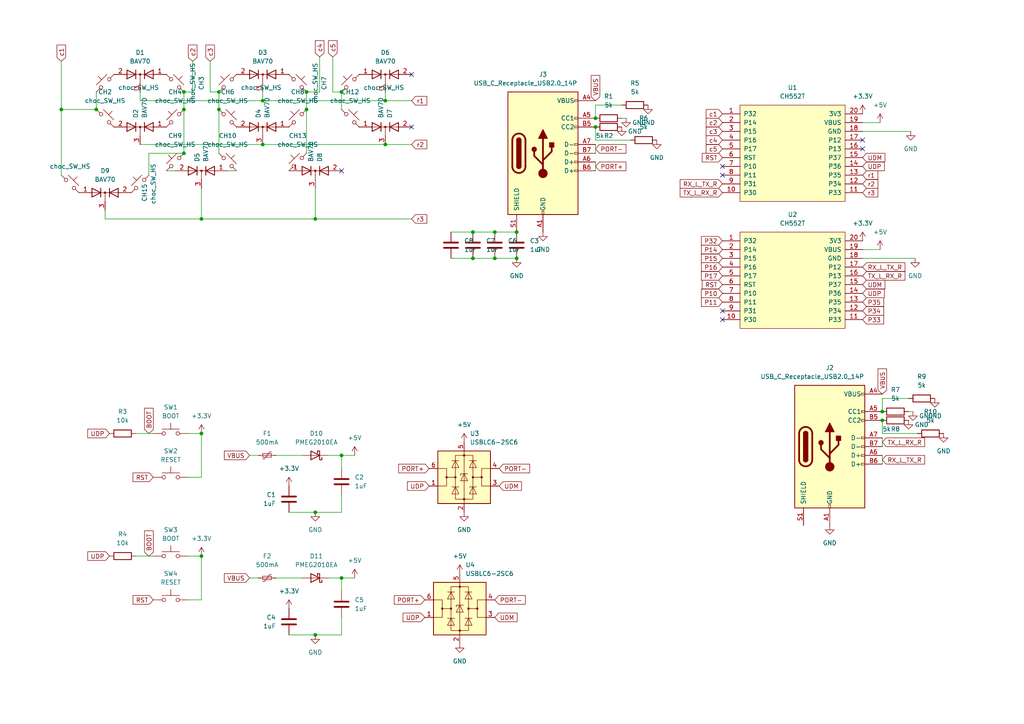
<source format=kicad_sch>
(kicad_sch (version 20230121) (generator eeschema)
  (paper "A4")
  (lib_symbols
    (symbol "Connector:USB_C_Receptacle_USB2.0_14P" (pin_names (offset 1.016))
      (property "Reference" "J" (at 0 22.225 0))
      (property "Value" "USB_C_Receptacle_USB2.0_14P" (at 0 19.685 0))
      (symbol "USB_C_Receptacle_USB2.0_14P_0_0"
        (rectangle (start -0.254 -17.78) (end 0.254 -16.764))
        (rectangle (start 10.16 -4.826) (end 9.144 -5.334))
        (rectangle (start 10.16 -2.286) (end 9.144 -2.794))
        (rectangle (start 10.16 0.254) (end 9.144 -0.254))
        (rectangle (start 10.16 2.794) (end 9.144 2.286))
        (rectangle (start 10.16 7.874) (end 9.144 7.366))
        (rectangle (start 10.16 10.414) (end 9.144 9.906))
        (rectangle (start 10.16 15.494) (end 9.144 14.986))
      )
      (symbol "USB_C_Receptacle_USB2.0_14P_0_1"
        (rectangle (start -10.16 17.78) (end 10.16 -17.78) (stroke (width 0.254)) (fill (type background)))
        (arc (start -8.89 -3.81) (mid -6.985 -5.7067) (end -5.08 -3.81) (stroke (width 0.508)))
        (arc (start -7.62 -3.81) (mid -6.985 -4.4423) (end -6.35 -3.81) (stroke (width 0.254)))
        (arc (start -7.62 -3.81) (mid -6.985 -4.4423) (end -6.35 -3.81) (stroke (width 0.254)) (fill (type outline)))
        (rectangle (start -7.62 -3.81) (end -6.35 3.81) (stroke (width 0.254)) (fill (type outline)))
        (arc (start -6.35 3.81) (mid -6.985 4.4423) (end -7.62 3.81) (stroke (width 0.254)))
        (arc (start -6.35 3.81) (mid -6.985 4.4423) (end -7.62 3.81) (stroke (width 0.254)) (fill (type outline)))
        (arc (start -5.08 3.81) (mid -6.985 5.7067) (end -8.89 3.81) (stroke (width 0.508)))
        (circle (center -2.54 1.143) (radius 0.635) (stroke (width 0.254)) (fill (type outline)))
        (circle (center 0 -5.842) (radius 1.27) (fill (type outline)))
        (polyline (pts (xy -8.89 -3.81) (xy -8.89 3.81)) (stroke (width 0.508)))
        (polyline (pts (xy -5.08 3.81) (xy -5.08 -3.81)) (stroke (width 0.508)))
        (polyline (pts (xy 0 -5.842) (xy 0 4.318)) (stroke (width 0.508)))
        (polyline (pts (xy 0 -3.302) (xy -2.54 -0.762) (xy -2.54 0.508)) (stroke (width 0.508)))
        (polyline (pts (xy 0 -2.032) (xy 2.54 0.508) (xy 2.54 1.778)) (stroke (width 0.508)))
        (polyline (pts (xy -1.27 4.318) (xy 0 6.858) (xy 1.27 4.318) (xy -1.27 4.318)) (stroke (width 0.254)) (fill (type outline)))
        (rectangle (start 1.905 1.778) (end 3.175 3.048) (stroke (width 0.254)) (fill (type outline)))
      )
      (symbol "USB_C_Receptacle_USB2.0_14P_1_1"
        (pin passive line (at 0 -22.86 90) (length 5.08) (name "GND") (number "A1"))
        (pin passive line (at 0 -22.86 90) (length 5.08) hide (name "GND") (number "A12"))
        (pin passive line (at 15.24 15.24 180) (length 5.08) (name "VBUS") (number "A4"))
        (pin bidirectional line (at 15.24 10.16 180) (length 5.08) (name "CC1") (number "A5"))
        (pin bidirectional line (at 15.24 -2.54 180) (length 5.08) (name "D+") (number "A6"))
        (pin bidirectional line (at 15.24 2.54 180) (length 5.08) (name "D-") (number "A7"))
        (pin passive line (at 15.24 15.24 180) (length 5.08) hide (name "VBUS") (number "A9"))
        (pin passive line (at 0 -22.86 90) (length 5.08) hide (name "GND") (number "B1"))
        (pin passive line (at 0 -22.86 90) (length 5.08) hide (name "GND") (number "B12"))
        (pin passive line (at 15.24 15.24 180) (length 5.08) hide (name "VBUS") (number "B4"))
        (pin bidirectional line (at 15.24 7.62 180) (length 5.08) (name "CC2") (number "B5"))
        (pin bidirectional line (at 15.24 -5.08 180) (length 5.08) (name "D+") (number "B6"))
        (pin bidirectional line (at 15.24 0 180) (length 5.08) (name "D-") (number "B7"))
        (pin passive line (at 15.24 15.24 180) (length 5.08) hide (name "VBUS") (number "B9"))
        (pin passive line (at -7.62 -22.86 90) (length 5.08) (name "SHIELD") (number "S1"))
      )
    )
    (symbol "Device:C" (pin_numbers hide) (pin_names (offset 0.254))
      (property "Reference" "C" (at 0.635 2.54 0))
      (property "Value" "C" (at 0.635 -2.54 0))
      (symbol "C_0_1"
        (polyline (pts (xy -2.032 -0.762) (xy 2.032 -0.762)) (stroke (width 0.508)))
        (polyline (pts (xy -2.032 0.762) (xy 2.032 0.762)) (stroke (width 0.508)))
      )
      (symbol "C_1_1"
        (pin passive line (at 0 3.81 270) (length 2.794) (name "~") (number "1"))
        (pin passive line (at 0 -3.81 90) (length 2.794) (name "~") (number "2"))
      )
    )
    (symbol "Device:D_Schottky" (pin_numbers hide) (pin_names (offset 1.016) hide)
      (property "Reference" "D" (at 0 2.54 0))
      (property "Value" "D_Schottky" (at 0 -2.54 0))
      (symbol "D_Schottky_0_1"
        (polyline (pts (xy 1.27 0) (xy -1.27 0)))
        (polyline (pts (xy 1.27 1.27) (xy 1.27 -1.27) (xy -1.27 0) (xy 1.27 1.27)) (stroke (width 0.254)))
        (polyline (pts (xy -1.905 0.635) (xy -1.905 1.27) (xy -1.27 1.27) (xy -1.27 -1.27) (xy -0.635 -1.27) (xy -0.635 -0.635)) (stroke (width 0.254)))
      )
      (symbol "D_Schottky_1_1"
        (pin passive line (at -3.81 0 0) (length 2.54) (name "K") (number "1"))
        (pin passive line (at 3.81 0 180) (length 2.54) (name "A") (number "2"))
      )
    )
    (symbol "Device:Polyfuse_Small" (pin_numbers hide) (pin_names (offset 0))
      (property "Reference" "F" (at -1.905 0 90))
      (property "Value" "Polyfuse_Small" (at 1.905 0 90))
      (symbol "Polyfuse_Small_0_1"
        (rectangle (start -0.508 1.27) (end 0.508 -1.27))
        (polyline (pts (xy 0 2.54) (xy 0 -2.54)))
        (polyline (pts (xy -1.016 1.27) (xy -1.016 0.762) (xy 1.016 -0.762) (xy 1.016 -1.27)))
      )
      (symbol "Polyfuse_Small_1_1"
        (pin passive line (at 0 2.54 270) (length 0.635) (name "~") (number "1"))
        (pin passive line (at 0 -2.54 90) (length 0.635) (name "~") (number "2"))
      )
    )
    (symbol "Device:R" (pin_numbers hide) (pin_names (offset 0))
      (property "Reference" "R" (at 2.032 0 90))
      (property "Value" "R" (at 0 0 90))
      (symbol "R_0_1"
        (rectangle (start -1.016 -2.54) (end 1.016 2.54) (stroke (width 0.254)))
      )
      (symbol "R_1_1"
        (pin passive line (at 0 3.81 270) (length 1.27) (name "~") (number "1"))
        (pin passive line (at 0 -3.81 90) (length 1.27) (name "~") (number "2"))
      )
    )
    (symbol "Diode:BAV70" (pin_names hide)
      (property "Reference" "D" (at 0.635 -2.54 0))
      (property "Value" "BAV70" (at 0 2.54 0))
      (symbol "BAV70_0_1"
        (polyline (pts (xy -3.81 0) (xy 3.81 0)))
        (polyline (pts (xy 0 0) (xy 0 -2.54)))
        (polyline (pts (xy -1.27 -1.27) (xy -1.27 1.27) (xy -1.27 1.27)) (stroke (width 0.254)))
        (polyline (pts (xy 1.27 -1.27) (xy 1.27 1.27) (xy 1.27 1.27)) (stroke (width 0.254)))
        (polyline (pts (xy -3.81 1.27) (xy -1.27 0) (xy -3.81 -1.27) (xy -3.81 1.27) (xy -3.81 1.27) (xy -3.81 1.27)) (stroke (width 0.254)))
        (polyline (pts (xy 3.81 -1.27) (xy 1.27 0) (xy 3.81 1.27) (xy 3.81 -1.27) (xy 3.81 -1.27) (xy 3.81 -1.27)) (stroke (width 0.254)))
        (circle (center 0 0) (radius 0.254) (fill (type outline)))
        (pin passive line (at -7.62 0 0) (length 3.81) (name "A") (number "1"))
        (pin passive line (at 7.62 0 180) (length 3.81) (name "A") (number "2"))
        (pin passive line (at 0 -5.08 90) (length 2.54) (name "K") (number "3"))
      )
    )
    (symbol "PCM_marbastlib-choc:choc_SW_HS" (pin_numbers hide) (pin_names (offset 1.016) hide)
      (property "Reference" "CH" (at 3.048 1.016 0))
      (property "Value" "choc_SW_HS" (at 0 -3.81 0))
      (symbol "choc_SW_HS_0_1"
        (circle (center -1.1684 1.1684) (radius 0.508))
        (polyline (pts (xy -0.508 2.54) (xy 2.54 -0.508)))
        (polyline (pts (xy 1.016 1.016) (xy 2.032 2.032)))
        (polyline (pts (xy -2.54 2.54) (xy -1.524 1.524) (xy -1.524 1.524)))
        (polyline (pts (xy 1.524 -1.524) (xy 2.54 -2.54) (xy 2.54 -2.54) (xy 2.54 -2.54)))
        (circle (center 1.143 -1.1938) (radius 0.508))
        (pin passive line (at -2.54 2.54 0) (length 0) (name "1") (number "1"))
        (pin passive line (at 2.54 -2.54 180) (length 0) (name "2") (number "2"))
      )
    )
    (symbol "Power_Protection:USBLC6-2SC6" (pin_names hide)
      (property "Reference" "U" (at 2.54 8.89 0))
      (property "Value" "USBLC6-2SC6" (at 2.54 -8.89 0))
      (symbol "USBLC6-2SC6_0_1"
        (rectangle (start -7.62 -7.62) (end 7.62 7.62) (stroke (width 0.254)) (fill (type background)))
        (circle (center -5.08 0) (radius 0.254) (fill (type outline)))
        (circle (center -2.54 0) (radius 0.254) (fill (type outline)))
        (rectangle (start -2.54 6.35) (end 2.54 -6.35))
        (circle (center 0 -6.35) (radius 0.254) (fill (type outline)))
        (polyline (pts (xy -5.08 -2.54) (xy -7.62 -2.54)))
        (polyline (pts (xy -5.08 0) (xy -5.08 -2.54)))
        (polyline (pts (xy -5.08 2.54) (xy -7.62 2.54)))
        (polyline (pts (xy -1.524 -2.794) (xy -3.556 -2.794)))
        (polyline (pts (xy -1.524 4.826) (xy -3.556 4.826)))
        (polyline (pts (xy 0 -7.62) (xy 0 -6.35)))
        (polyline (pts (xy 0 -6.35) (xy 0 1.27)))
        (polyline (pts (xy 0 1.27) (xy 0 6.35)))
        (polyline (pts (xy 0 6.35) (xy 0 7.62)))
        (polyline (pts (xy 1.524 -2.794) (xy 3.556 -2.794)))
        (polyline (pts (xy 1.524 4.826) (xy 3.556 4.826)))
        (polyline (pts (xy 5.08 -2.54) (xy 7.62 -2.54)))
        (polyline (pts (xy 5.08 0) (xy 5.08 -2.54)))
        (polyline (pts (xy 5.08 2.54) (xy 7.62 2.54)))
        (polyline (pts (xy -2.54 0) (xy -5.08 0) (xy -5.08 2.54)))
        (polyline (pts (xy 2.54 0) (xy 5.08 0) (xy 5.08 2.54)))
        (polyline (pts (xy -3.556 -4.826) (xy -1.524 -4.826) (xy -2.54 -2.794) (xy -3.556 -4.826)))
        (polyline (pts (xy -3.556 2.794) (xy -1.524 2.794) (xy -2.54 4.826) (xy -3.556 2.794)))
        (polyline (pts (xy -1.016 -1.016) (xy 1.016 -1.016) (xy 0 1.016) (xy -1.016 -1.016)))
        (polyline (pts (xy 1.016 1.016) (xy 0.762 1.016) (xy -1.016 1.016) (xy -1.016 0.508)))
        (polyline (pts (xy 3.556 -4.826) (xy 1.524 -4.826) (xy 2.54 -2.794) (xy 3.556 -4.826)))
        (polyline (pts (xy 3.556 2.794) (xy 1.524 2.794) (xy 2.54 4.826) (xy 3.556 2.794)))
        (circle (center 0 6.35) (radius 0.254) (fill (type outline)))
        (circle (center 2.54 0) (radius 0.254) (fill (type outline)))
        (circle (center 5.08 0) (radius 0.254) (fill (type outline)))
      )
      (symbol "USBLC6-2SC6_1_1"
        (pin passive line (at -10.16 -2.54 0) (length 2.54) (name "I/O1") (number "1"))
        (pin passive line (at 0 -10.16 90) (length 2.54) (name "GND") (number "2"))
        (pin passive line (at 10.16 -2.54 180) (length 2.54) (name "I/O2") (number "3"))
        (pin passive line (at 10.16 2.54 180) (length 2.54) (name "I/O2") (number "4"))
        (pin passive line (at 0 10.16 270) (length 2.54) (name "VBUS") (number "5"))
        (pin passive line (at -10.16 2.54 0) (length 2.54) (name "I/O1") (number "6"))
      )
    )
    (symbol "ProjectLocal:CH552T" (pin_names (offset 1.016))
      (property "Reference" "U" (at -12.7 27.94 0))
      (property "Value" "CH552T" (at 0 12.7 90))
      (symbol "CH552T_0_1"
        (rectangle (start -15.24 25.4) (end 15.24 -2.54) (fill (type background)))
      )
      (symbol "CH552T_1_1"
        (pin bidirectional line (at -20.32 22.86 0) (length 5.08) (name "P32") (number "1"))
        (pin bidirectional line (at -20.32 0 0) (length 5.08) (name "P30") (number "10"))
        (pin bidirectional line (at 20.32 0 180) (length 5.08) (name "P33") (number "11"))
        (pin bidirectional line (at 20.32 2.54 180) (length 5.08) (name "P34") (number "12"))
        (pin bidirectional line (at 20.32 5.08 180) (length 5.08) (name "P35") (number "13"))
        (pin bidirectional line (at 20.32 7.62 180) (length 5.08) (name "P36") (number "14"))
        (pin bidirectional line (at 20.32 10.16 180) (length 5.08) (name "P37") (number "15"))
        (pin bidirectional line (at 20.32 12.7 180) (length 5.08) (name "P13") (number "16"))
        (pin bidirectional line (at 20.32 15.24 180) (length 5.08) (name "P12") (number "17"))
        (pin power_out line (at 20.32 17.78 180) (length 5.08) (name "GND") (number "18"))
        (pin power_out line (at 20.32 20.32 180) (length 5.08) (name "VBUS") (number "19"))
        (pin bidirectional line (at -20.32 20.32 0) (length 5.08) (name "P14") (number "2"))
        (pin power_out line (at 20.32 22.86 180) (length 5.08) (name "3V3") (number "20"))
        (pin bidirectional line (at -20.32 17.78 0) (length 5.08) (name "P15") (number "3"))
        (pin bidirectional line (at -20.32 15.24 0) (length 5.08) (name "P16") (number "4"))
        (pin bidirectional line (at -20.32 12.7 0) (length 5.08) (name "P17") (number "5"))
        (pin bidirectional line (at -20.32 10.16 0) (length 5.08) (name "RST") (number "6"))
        (pin bidirectional line (at -20.32 7.62 0) (length 5.08) (name "P10") (number "7"))
        (pin bidirectional line (at -20.32 5.08 0) (length 5.08) (name "P11") (number "8"))
        (pin bidirectional line (at -20.32 2.54 0) (length 5.08) (name "P31") (number "9"))
      )
    )
    (symbol "Switch:SW_Push" (pin_numbers hide) (pin_names (offset 1.016) hide)
      (property "Reference" "SW" (at 1.27 2.54 0))
      (property "Value" "SW_Push" (at 0 -1.524 0))
      (symbol "SW_Push_0_1"
        (circle (center -2.032 0) (radius 0.508))
        (polyline (pts (xy 0 1.27) (xy 0 3.048)))
        (polyline (pts (xy 2.54 1.27) (xy -2.54 1.27)))
        (circle (center 2.032 0) (radius 0.508))
        (pin passive line (at -5.08 0 0) (length 2.54) (name "1") (number "1"))
        (pin passive line (at 5.08 0 180) (length 2.54) (name "2") (number "2"))
      )
    )
    (symbol "power:+3.3V" (power) (pin_names (offset 0))
      (property "Value" "+3.3V" (at 0 3.556 0))
      (symbol "+3.3V_0_1"
        (polyline (pts (xy -0.762 1.27) (xy 0 2.54)))
        (polyline (pts (xy 0 0) (xy 0 2.54)))
        (polyline (pts (xy 0 2.54) (xy 0.762 1.27)))
      )
      (symbol "+3.3V_1_1"
        (pin power_in line (at 0 0 90) (length 0) hide (name "+3.3V") (number "1"))
      )
    )
    (symbol "power:+5V" (power) (pin_names (offset 0))
      (property "Value" "+5V" (at 0 3.556 0))
      (symbol "+5V_0_1"
        (polyline (pts (xy -0.762 1.27) (xy 0 2.54)))
        (polyline (pts (xy 0 0) (xy 0 2.54)))
        (polyline (pts (xy 0 2.54) (xy 0.762 1.27)))
      )
      (symbol "+5V_1_1"
        (pin power_in line (at 0 0 90) (length 0) hide (name "+5V") (number "1"))
      )
    )
    (symbol "power:GND" (power) (pin_names (offset 0))
      (property "Value" "GND" (at 0 -3.81 0))
      (symbol "GND_0_1"
        (polyline (pts (xy 0 0) (xy 0 -1.27) (xy 1.27 -1.27) (xy 0 -2.54) (xy -1.27 -1.27) (xy 0 -1.27)))
      )
      (symbol "GND_1_1"
        (pin power_in line (at 0 0 270) (length 0) hide (name "GND") (number "1"))
      )
    )
  )
  (junction (at 137.16 74.93))
  (junction (at 53.34 44.45))
  (junction (at 99.06 26.67))
  (junction (at 143.51 67.31))
  (junction (at 111.76 41.91))
  (junction (at 111.76 29.21))
  (junction (at 99.06 167.64))
  (junction (at 58.42 125.73))
  (junction (at 27.94 31.75))
  (junction (at 88.9 26.67))
  (junction (at 17.78 31.75))
  (junction (at 76.2 41.91))
  (junction (at 53.34 26.67))
  (junction (at 255.905 119.38))
  (junction (at 53.34 31.75))
  (junction (at 137.16 67.31))
  (junction (at 63.5 31.75))
  (junction (at 143.51 74.93))
  (junction (at 88.9 31.75))
  (junction (at 149.86 67.31))
  (junction (at 149.86 74.93))
  (junction (at 91.44 148.59))
  (junction (at 91.44 184.15))
  (junction (at 172.72 34.29))
  (junction (at 172.72 36.83))
  (junction (at 76.2 29.21))
  (junction (at 255.905 121.92))
  (junction (at 58.42 161.29))
  (junction (at 63.5 26.67))
  (junction (at 91.44 63.5))
  (junction (at 58.42 63.5))
  (junction (at 99.06 132.08))
  (no_connect (at 119.38 21.59))
  (no_connect (at 250.19 43.18))
  (no_connect (at 99.06 49.53))
  (no_connect (at 209.55 48.26))
  (no_connect (at 250.19 40.64))
  (no_connect (at 119.38 36.83))
  (no_connect (at 209.55 90.17))
  (no_connect (at 209.55 50.8))
  (no_connect (at 209.55 92.71))
  (wire (pts (xy 76.2 29.21) (xy 111.76 29.21)))
  (wire (pts (xy 53.34 26.67) (xy 53.34 31.75)))
  (wire (pts (xy 88.9 31.75) (xy 88.9 44.45)))
  (wire (pts (xy 55.88 17.78) (xy 55.88 26.67)))
  (wire (pts (xy 76.2 41.91) (xy 111.76 41.91)))
  (wire (pts (xy 48.26 49.53) (xy 50.8 49.53)))
  (wire (pts (xy 95.25 167.64) (xy 99.06 167.64)))
  (wire (pts (xy 30.48 63.5) (xy 58.42 63.5)))
  (wire (pts (xy 172.72 30.48) (xy 180.34 30.48)))
  (wire (pts (xy 40.64 26.67) (xy 40.64 29.21)))
  (wire (pts (xy 172.72 40.64) (xy 182.88 40.64)))
  (wire (pts (xy 255.905 125.73) (xy 266.065 125.73)))
  (wire (pts (xy 99.06 148.59) (xy 99.06 143.51)))
  (wire (pts (xy 66.04 49.53) (xy 68.58 49.53)))
  (wire (pts (xy 72.39 132.08) (xy 74.93 132.08)))
  (wire (pts (xy 137.16 67.31) (xy 143.51 67.31)))
  (wire (pts (xy 39.37 161.29) (xy 44.45 161.29)))
  (wire (pts (xy 58.42 63.5) (xy 58.42 54.61)))
  (wire (pts (xy 80.01 132.08) (xy 87.63 132.08)))
  (wire (pts (xy 53.34 44.45) (xy 43.18 44.45)))
  (wire (pts (xy 17.78 17.78) (xy 17.78 31.75)))
  (wire (pts (xy 137.16 74.93) (xy 143.51 74.93)))
  (wire (pts (xy 255.905 127) (xy 255.905 129.54)))
  (wire (pts (xy 60.96 17.78) (xy 60.96 26.67)))
  (wire (pts (xy 54.61 173.99) (xy 58.42 173.99)))
  (wire (pts (xy 54.61 138.43) (xy 58.42 138.43)))
  (wire (pts (xy 255.905 115.57) (xy 263.525 115.57)))
  (wire (pts (xy 92.71 16.51) (xy 92.71 26.67)))
  (wire (pts (xy 92.71 26.67) (xy 88.9 26.67)))
  (wire (pts (xy 91.44 63.5) (xy 119.38 63.5)))
  (wire (pts (xy 250.19 72.39) (xy 255.27 72.39)))
  (wire (pts (xy 255.905 121.92) (xy 255.905 125.73)))
  (wire (pts (xy 91.44 148.59) (xy 99.06 148.59)))
  (wire (pts (xy 99.06 26.67) (xy 99.06 31.75)))
  (wire (pts (xy 172.72 41.91) (xy 172.72 44.45)))
  (wire (pts (xy 172.72 46.99) (xy 172.72 49.53)))
  (wire (pts (xy 172.72 30.48) (xy 172.72 34.29)))
  (wire (pts (xy 55.88 26.67) (xy 53.34 26.67)))
  (wire (pts (xy 96.52 16.51) (xy 96.52 26.67)))
  (wire (pts (xy 263.525 119.38) (xy 264.795 119.38)))
  (wire (pts (xy 40.64 29.21) (xy 76.2 29.21)))
  (wire (pts (xy 99.06 132.08) (xy 102.87 132.08)))
  (wire (pts (xy 27.94 26.67) (xy 27.94 31.75)))
  (wire (pts (xy 39.37 125.73) (xy 44.45 125.73)))
  (wire (pts (xy 17.78 31.75) (xy 17.78 50.8)))
  (wire (pts (xy 83.82 148.59) (xy 91.44 148.59)))
  (wire (pts (xy 250.19 74.93) (xy 265.43 74.93)))
  (wire (pts (xy 88.9 26.67) (xy 88.9 31.75)))
  (wire (pts (xy 255.905 132.08) (xy 255.905 134.62)))
  (wire (pts (xy 80.01 167.64) (xy 87.63 167.64)))
  (wire (pts (xy 99.06 167.64) (xy 99.06 171.45)))
  (wire (pts (xy 111.76 29.21) (xy 111.76 26.67)))
  (wire (pts (xy 76.2 26.67) (xy 76.2 29.21)))
  (wire (pts (xy 83.82 184.15) (xy 91.44 184.15)))
  (wire (pts (xy 54.61 125.73) (xy 58.42 125.73)))
  (wire (pts (xy 58.42 63.5) (xy 91.44 63.5)))
  (wire (pts (xy 143.51 74.93) (xy 149.86 74.93)))
  (wire (pts (xy 180.34 34.29) (xy 181.61 34.29)))
  (wire (pts (xy 111.76 41.91) (xy 119.38 41.91)))
  (wire (pts (xy 91.44 54.61) (xy 91.44 63.5)))
  (wire (pts (xy 30.48 60.96) (xy 30.48 63.5)))
  (wire (pts (xy 250.19 35.56) (xy 255.27 35.56)))
  (wire (pts (xy 58.42 161.29) (xy 58.42 173.99)))
  (wire (pts (xy 91.44 184.15) (xy 99.06 184.15)))
  (wire (pts (xy 63.5 31.75) (xy 63.5 44.45)))
  (wire (pts (xy 143.51 67.31) (xy 149.86 67.31)))
  (wire (pts (xy 40.64 41.91) (xy 76.2 41.91)))
  (wire (pts (xy 60.96 26.67) (xy 63.5 26.67)))
  (wire (pts (xy 72.39 167.64) (xy 74.93 167.64)))
  (wire (pts (xy 250.19 38.1) (xy 264.16 38.1)))
  (wire (pts (xy 130.81 74.93) (xy 137.16 74.93)))
  (wire (pts (xy 54.61 161.29) (xy 58.42 161.29)))
  (wire (pts (xy 99.06 132.08) (xy 99.06 135.89)))
  (wire (pts (xy 53.34 31.75) (xy 53.34 44.45)))
  (wire (pts (xy 99.06 167.64) (xy 102.87 167.64)))
  (wire (pts (xy 95.25 132.08) (xy 99.06 132.08)))
  (wire (pts (xy 43.18 44.45) (xy 43.18 50.8)))
  (wire (pts (xy 111.76 29.21) (xy 119.38 29.21)))
  (wire (pts (xy 255.905 115.57) (xy 255.905 119.38)))
  (wire (pts (xy 58.42 125.73) (xy 58.42 138.43)))
  (wire (pts (xy 63.5 26.67) (xy 63.5 31.75)))
  (wire (pts (xy 172.72 36.83) (xy 172.72 40.64)))
  (wire (pts (xy 17.78 31.75) (xy 27.94 31.75)))
  (wire (pts (xy 96.52 26.67) (xy 99.06 26.67)))
  (wire (pts (xy 99.06 184.15) (xy 99.06 179.07)))
  (wire (pts (xy 130.81 67.31) (xy 137.16 67.31)))
  (global_label "BOOT" (shape input) (at 43.18 161.29 90) (property "Intersheetrefs" "${INTERSHEET_REFS}" (effects hide)))
  (global_label "TX_L_RX_R" (shape input) (at 250.19 80.01 0) (property "Intersheetrefs" "${INTERSHEET_REFS}" (effects hide)))
  (global_label "PORT+" (shape input) (at 123.19 173.99 180) (property "Intersheetrefs" "${INTERSHEET_REFS}" (effects hide)))
  (global_label "VBUS" (shape input) (at 255.905 114.3 90) (property "Intersheetrefs" "${INTERSHEET_REFS}" (effects hide)))
  (global_label "VBUS" (shape input) (at 72.39 167.64 180) (property "Intersheetrefs" "${INTERSHEET_REFS}" (effects hide)))
  (global_label "UDP" (shape input) (at 250.19 85.09 0) (property "Intersheetrefs" "${INTERSHEET_REFS}" (effects hide)))
  (global_label "r1" (shape input) (at 119.38 29.21 0) (property "Intersheetrefs" "${INTERSHEET_REFS}" (effects hide)))
  (global_label "RX_L_TX_R" (shape input) (at 250.19 77.47 0) (property "Intersheetrefs" "${INTERSHEET_REFS}" (effects hide)))
  (global_label "PORT+" (shape input) (at 172.72 48.26 0) (property "Intersheetrefs" "${INTERSHEET_REFS}" (effects hide)))
  (global_label "P32" (shape input) (at 209.55 69.85 180) (property "Intersheetrefs" "${INTERSHEET_REFS}" (effects hide)))
  (global_label "VBUS" (shape input) (at 72.39 132.08 180) (property "Intersheetrefs" "${INTERSHEET_REFS}" (effects hide)))
  (global_label "P34" (shape input) (at 250.19 90.17 0) (property "Intersheetrefs" "${INTERSHEET_REFS}" (effects hide)))
  (global_label "UDP" (shape input) (at 31.75 161.29 180) (property "Intersheetrefs" "${INTERSHEET_REFS}" (effects hide)))
  (global_label "r3" (shape input) (at 250.19 55.88 0) (property "Intersheetrefs" "${INTERSHEET_REFS}" (effects hide)))
  (global_label "UDM" (shape input) (at 250.19 82.55 0) (property "Intersheetrefs" "${INTERSHEET_REFS}" (effects hide)))
  (global_label "c3" (shape input) (at 60.96 17.78 90) (property "Intersheetrefs" "${INTERSHEET_REFS}" (effects hide)))
  (global_label "PORT+" (shape input) (at 124.46 135.89 180) (property "Intersheetrefs" "${INTERSHEET_REFS}" (effects hide)))
  (global_label "r3" (shape input) (at 119.38 63.5 0) (property "Intersheetrefs" "${INTERSHEET_REFS}" (effects hide)))
  (global_label "UDP" (shape input) (at 250.19 48.26 0) (property "Intersheetrefs" "${INTERSHEET_REFS}" (effects hide)))
  (global_label "UDM" (shape input) (at 144.78 140.97 0) (property "Intersheetrefs" "${INTERSHEET_REFS}" (effects hide)))
  (global_label "c1" (shape input) (at 209.55 33.02 180) (property "Intersheetrefs" "${INTERSHEET_REFS}" (effects hide)))
  (global_label "RST" (shape input) (at 44.45 138.43 180) (property "Intersheetrefs" "${INTERSHEET_REFS}" (effects hide)))
  (global_label "r2" (shape input) (at 250.19 53.34 0) (property "Intersheetrefs" "${INTERSHEET_REFS}" (effects hide)))
  (global_label "c3" (shape input) (at 209.55 38.1 180) (property "Intersheetrefs" "${INTERSHEET_REFS}" (effects hide)))
  (global_label "P14" (shape input) (at 209.55 72.39 180) (property "Intersheetrefs" "${INTERSHEET_REFS}" (effects hide)))
  (global_label "UDP" (shape input) (at 123.19 179.07 180) (property "Intersheetrefs" "${INTERSHEET_REFS}" (effects hide)))
  (global_label "r2" (shape input) (at 119.38 41.91 0) (property "Intersheetrefs" "${INTERSHEET_REFS}" (effects hide)))
  (global_label "UDM" (shape input) (at 143.51 179.07 0) (property "Intersheetrefs" "${INTERSHEET_REFS}" (effects hide)))
  (global_label "P16" (shape input) (at 209.55 77.47 180) (property "Intersheetrefs" "${INTERSHEET_REFS}" (effects hide)))
  (global_label "PORT-" (shape input) (at 172.72 43.18 0) (property "Intersheetrefs" "${INTERSHEET_REFS}" (effects hide)))
  (global_label "VBUS" (shape input) (at 172.72 29.21 90) (property "Intersheetrefs" "${INTERSHEET_REFS}" (effects hide)))
  (global_label "RX_L_TX_R" (shape input) (at 209.55 53.34 180) (property "Intersheetrefs" "${INTERSHEET_REFS}" (effects hide)))
  (global_label "RST" (shape input) (at 209.55 45.72 180) (property "Intersheetrefs" "${INTERSHEET_REFS}" (effects hide)))
  (global_label "UDP" (shape input) (at 31.75 125.73 180) (property "Intersheetrefs" "${INTERSHEET_REFS}" (effects hide)))
  (global_label "c2" (shape input) (at 55.88 17.78 90) (property "Intersheetrefs" "${INTERSHEET_REFS}" (effects hide)))
  (global_label "PORT-" (shape input) (at 143.51 173.99 0) (property "Intersheetrefs" "${INTERSHEET_REFS}" (effects hide)))
  (global_label "c1" (shape input) (at 17.78 17.78 90) (property "Intersheetrefs" "${INTERSHEET_REFS}" (effects hide)))
  (global_label "TX_L_RX_R" (shape input) (at 255.905 128.27 0) (property "Intersheetrefs" "${INTERSHEET_REFS}" (effects hide)))
  (global_label "PORT-" (shape input) (at 144.78 135.89 0) (property "Intersheetrefs" "${INTERSHEET_REFS}" (effects hide)))
  (global_label "P17" (shape input) (at 209.55 80.01 180) (property "Intersheetrefs" "${INTERSHEET_REFS}" (effects hide)))
  (global_label "UDM" (shape input) (at 250.19 45.72 0) (property "Intersheetrefs" "${INTERSHEET_REFS}" (effects hide)))
  (global_label "c5" (shape input) (at 209.55 43.18 180) (property "Intersheetrefs" "${INTERSHEET_REFS}" (effects hide)))
  (global_label "P15" (shape input) (at 209.55 74.93 180) (property "Intersheetrefs" "${INTERSHEET_REFS}" (effects hide)))
  (global_label "RX_L_TX_R" (shape input) (at 255.905 133.35 0) (property "Intersheetrefs" "${INTERSHEET_REFS}" (effects hide)))
  (global_label "RST" (shape input) (at 209.55 82.55 180) (property "Intersheetrefs" "${INTERSHEET_REFS}" (effects hide)))
  (global_label "P33" (shape input) (at 250.19 92.71 0) (property "Intersheetrefs" "${INTERSHEET_REFS}" (effects hide)))
  (global_label "TX_L_RX_R" (shape input) (at 209.55 55.88 180) (property "Intersheetrefs" "${INTERSHEET_REFS}" (effects hide)))
  (global_label "BOOT" (shape input) (at 43.18 125.73 90) (property "Intersheetrefs" "${INTERSHEET_REFS}" (effects hide)))
  (global_label "c5" (shape input) (at 96.52 16.51 90) (property "Intersheetrefs" "${INTERSHEET_REFS}" (effects hide)))
  (global_label "P11" (shape input) (at 209.55 87.63 180) (property "Intersheetrefs" "${INTERSHEET_REFS}" (effects hide)))
  (global_label "c4" (shape input) (at 209.55 40.64 180) (property "Intersheetrefs" "${INTERSHEET_REFS}" (effects hide)))
  (global_label "UDP" (shape input) (at 124.46 140.97 180) (property "Intersheetrefs" "${INTERSHEET_REFS}" (effects hide)))
  (global_label "c4" (shape input) (at 92.71 16.51 90) (property "Intersheetrefs" "${INTERSHEET_REFS}" (effects hide)))
  (global_label "P35" (shape input) (at 250.19 87.63 0) (property "Intersheetrefs" "${INTERSHEET_REFS}" (effects hide)))
  (global_label "RST" (shape input) (at 44.45 173.99 180) (property "Intersheetrefs" "${INTERSHEET_REFS}" (effects hide)))
  (global_label "P10" (shape input) (at 209.55 85.09 180) (property "Intersheetrefs" "${INTERSHEET_REFS}" (effects hide)))
  (global_label "r1" (shape input) (at 250.19 50.8 0) (property "Intersheetrefs" "${INTERSHEET_REFS}" (effects hide)))
  (global_label "c2" (shape input) (at 209.55 35.56 180) (property "Intersheetrefs" "${INTERSHEET_REFS}" (effects hide)))
  (symbol (lib_id "Device:C") (at 137.16 71.12 0) (unit 1)
    (property "Reference" "C7" (at 140.97 69.85 0) (effects (justify left)))
    (property "Value" "1uF" (at 140.97 72.39 0) (effects (justify left)))
    (property "Footprint" "Capacitor_SMD:C_0603_1608Metric_Pad1.08x0.95mm_HandSolder" (effects hide))
  )
  (symbol (lib_id "PCM_marbastlib-choc:choc_SW_HS") (at 30.48 24.13 90) (unit 1)
    (property "Reference" "CH1" (effects hide))
    (property "Value" "choc_SW_HS" (at 34.29 25.4 90) (effects (justify right)))
    (property "Footprint" "s-ol:PG1350_hotswap_reversible" (effects hide))
  )
  (symbol (lib_id "Diode:BAV70") (at 58.42 49.53 0) (mirror y) (unit 1)
    (property "Reference" "D5" (at 57.15 46.99 90) (effects (justify left)))
    (property "Value" "BAV70" (at 59.69 46.99 90) (effects (justify left)))
    (property "Footprint" "Package_TO_SOT_SMD:SOT-23" (effects hide))
    (property "Datasheet" "https://assets.nexperia.com/documents/data-sheet/BAV70_SER.pdf" (effects hide))
  )
  (symbol (lib_id "Device:R") (at 267.335 115.57 90) (unit 1)
    (property "Reference" "R9" (at 267.335 109.22 90))
    (property "Value" "5k" (at 267.335 111.76 90))
    (property "Footprint" "Resistor_SMD:R_0603_1608Metric_Pad0.98x0.95mm_HandSolder" (effects hide))
  )
  (symbol (lib_id "Diode:BAV70") (at 111.76 21.59 0) (unit 1)
    (property "Reference" "D6" (at 111.76 15.24 0))
    (property "Value" "BAV70" (at 111.76 17.78 0))
    (property "Footprint" "Package_TO_SOT_SMD:SOT-23" (effects hide))
    (property "Datasheet" "https://assets.nexperia.com/documents/data-sheet/BAV70_SER.pdf" (effects hide))
  )
  (symbol (lib_id "PCM_marbastlib-choc:choc_SW_HS") (at 66.04 46.99 0) (unit 1)
    (property "Reference" "CH10" (at 66.04 39.37 0))
    (property "Value" "choc_SW_HS" (at 66.04 41.91 0))
    (property "Footprint" "s-ol:PG1350_hotswap_reversible" (effects hide))
  )
  (symbol (lib_id "ProjectLocal:CH552T") (at 229.87 92.71 0) (unit 1)
    (property "Reference" "U2" (at 229.87 62.23 0))
    (property "Value" "CH552T" (at 229.87 64.77 0))
    (property "Footprint" "Package_SO:TSSOP-20_4.4x6.5mm_P0.65mm" (effects hide))
    (property "LCSC" "C111367" (effects hide))
  )
  (symbol (lib_id "Device:C") (at 83.82 180.34 0) (unit 1)
    (property "Reference" "C4" (at 80.01 179.07 0) (effects (justify right)))
    (property "Value" "1uF" (at 80.01 181.61 0) (effects (justify right)))
    (property "Footprint" "Capacitor_SMD:C_0603_1608Metric_Pad1.08x0.95mm_HandSolder" (effects hide))
  )
  (symbol (lib_id "power:+3.3V") (at 250.19 33.02 0) (unit 1)
    (property "Reference" "#PWR07" (effects hide))
    (property "Value" "+3.3V" (at 250.19 27.94 0))
  )
  (symbol (lib_id "power:+5V") (at 102.87 167.64 0) (unit 1)
    (property "Reference" "#PWR020" (effects hide))
    (property "Value" "+5V" (at 102.87 162.56 0))
  )
  (symbol (lib_id "power:GND") (at 273.685 125.73 0) (unit 1)
    (property "Reference" "#PWR029" (effects hide))
    (property "Value" "GND" (at 273.685 130.81 0))
  )
  (symbol (lib_id "Device:C") (at 99.06 175.26 0) (unit 1)
    (property "Reference" "C5" (at 102.87 173.99 0) (effects (justify left)))
    (property "Value" "1uF" (at 102.87 176.53 0) (effects (justify left)))
    (property "Footprint" "Capacitor_SMD:C_0603_1608Metric_Pad1.08x0.95mm_HandSolder" (effects hide))
  )
  (symbol (lib_id "Device:R") (at 176.53 36.83 90) (unit 1)
    (property "Reference" "R2" (at 176.53 39.37 90))
    (property "Value" "5k" (at 173.99 39.37 90))
    (property "Footprint" "Resistor_SMD:R_0603_1608Metric_Pad0.98x0.95mm_HandSolder" (effects hide))
  )
  (symbol (lib_id "Power_Protection:USBLC6-2SC6") (at 133.35 176.53 0) (unit 1)
    (property "Reference" "U4" (at 135.0011 163.83 0) (effects (justify left)))
    (property "Value" "USBLC6-2SC6" (at 135.0011 166.37 0) (effects (justify left)))
    (property "Footprint" "Package_TO_SOT_SMD:SOT-23-6" (effects hide))
    (property "Datasheet" "https://www.st.com/resource/en/datasheet/usblc6-2.pdf" (effects hide))
  )
  (symbol (lib_id "Diode:BAV70") (at 91.44 49.53 0) (unit 1)
    (property "Reference" "D8" (at 92.71 46.99 90) (effects (justify left)))
    (property "Value" "BAV70" (at 90.17 46.99 90) (effects (justify left)))
    (property "Footprint" "Package_TO_SOT_SMD:SOT-23" (effects hide))
    (property "Datasheet" "https://assets.nexperia.com/documents/data-sheet/BAV70_SER.pdf" (effects hide))
  )
  (symbol (lib_id "power:GND") (at 271.145 115.57 0) (unit 1)
    (property "Reference" "#PWR028" (effects hide))
    (property "Value" "GND" (at 271.145 120.65 0))
  )
  (symbol (lib_id "power:GND") (at 149.86 74.93 0) (mirror y) (unit 1)
    (property "Reference" "#PWR014" (effects hide))
    (property "Value" "GND" (at 149.86 80.01 0))
  )
  (symbol (lib_id "Diode:BAV70") (at 76.2 21.59 0) (mirror y) (unit 1)
    (property "Reference" "D3" (at 76.2 15.24 0))
    (property "Value" "BAV70" (at 76.2 17.78 0))
    (property "Footprint" "Package_TO_SOT_SMD:SOT-23" (effects hide))
    (property "Datasheet" "https://assets.nexperia.com/documents/data-sheet/BAV70_SER.pdf" (effects hide))
  )
  (symbol (lib_id "Device:C") (at 130.81 71.12 0) (unit 1)
    (property "Reference" "C8" (at 134.62 69.85 0) (effects (justify left)))
    (property "Value" "1uF" (at 134.62 72.39 0) (effects (justify left)))
    (property "Footprint" "Capacitor_SMD:C_0603_1608Metric_Pad1.08x0.95mm_HandSolder" (effects hide))
  )
  (symbol (lib_id "PCM_marbastlib-choc:choc_SW_HS") (at 40.64 53.34 0) (mirror y) (unit 1)
    (property "Reference" "CH15" (at 41.91 55.88 90))
    (property "Value" "choc_SW_HS" (at 44.45 53.34 90))
    (property "Footprint" "s-ol:PG1350_hotswap_reversible" (effects hide))
  )
  (symbol (lib_id "PCM_marbastlib-choc:choc_SW_HS") (at 66.04 34.29 0) (unit 1)
    (property "Reference" "CH6" (at 66.04 26.67 0))
    (property "Value" "choc_SW_HS" (at 66.04 29.21 0))
    (property "Footprint" "s-ol:PG1350_hotswap_reversible" (effects hide))
  )
  (symbol (lib_id "power:GND") (at 263.525 121.92 0) (unit 1)
    (property "Reference" "#PWR026" (effects hide))
    (property "Value" "GND" (at 267.335 123.19 0))
  )
  (symbol (lib_id "Device:R") (at 184.15 30.48 90) (unit 1)
    (property "Reference" "R5" (at 184.15 24.13 90))
    (property "Value" "5k" (at 184.15 26.67 90))
    (property "Footprint" "Resistor_SMD:R_0603_1608Metric_Pad0.98x0.95mm_HandSolder" (effects hide))
  )
  (symbol (lib_id "power:GND") (at 264.16 38.1 0) (unit 1)
    (property "Reference" "#PWR015" (effects hide))
    (property "Value" "GND" (at 264.16 43.18 0))
  )
  (symbol (lib_id "power:GND") (at 265.43 74.93 0) (unit 1)
    (property "Reference" "#PWR06" (effects hide))
    (property "Value" "GND" (at 265.43 80.01 0))
  )
  (symbol (lib_id "power:+5V") (at 255.27 72.39 0) (unit 1)
    (property "Reference" "#PWR05" (effects hide))
    (property "Value" "+5V" (at 255.27 67.31 0))
  )
  (symbol (lib_id "power:GND") (at 180.34 36.83 0) (unit 1)
    (property "Reference" "#PWR03" (effects hide))
    (property "Value" "GND" (at 184.15 38.1 0))
  )
  (symbol (lib_id "power:+3.3V") (at 83.82 176.53 0) (mirror y) (unit 1)
    (property "Reference" "#PWR018" (effects hide))
    (property "Value" "+3.3V" (at 83.82 171.45 0))
  )
  (symbol (lib_id "Diode:BAV70") (at 111.76 36.83 0) (unit 1)
    (property "Reference" "D7" (at 113.03 34.29 90) (effects (justify left)))
    (property "Value" "BAV70" (at 110.49 34.29 90) (effects (justify left)))
    (property "Footprint" "Package_TO_SOT_SMD:SOT-23" (effects hide))
    (property "Datasheet" "https://assets.nexperia.com/documents/data-sheet/BAV70_SER.pdf" (effects hide))
  )
  (symbol (lib_id "PCM_marbastlib-choc:choc_SW_HS") (at 50.8 46.99 0) (mirror y) (unit 1)
    (property "Reference" "CH9" (at 50.8 39.37 0))
    (property "Value" "choc_SW_HS" (at 50.8 41.91 0))
    (property "Footprint" "s-ol:PG1350_hotswap_reversible" (effects hide))
  )
  (symbol (lib_id "Device:R") (at 176.53 34.29 90) (unit 1)
    (property "Reference" "R1" (at 176.53 27.94 90))
    (property "Value" "5k" (at 176.53 30.48 90))
    (property "Footprint" "Resistor_SMD:R_0603_1608Metric_Pad0.98x0.95mm_HandSolder" (effects hide))
  )
  (symbol (lib_id "Device:D_Schottky") (at 91.44 132.08 180) (unit 1)
    (property "Reference" "D10" (at 91.7575 125.73 0))
    (property "Value" "PMEG2010EA" (at 91.7575 128.27 0))
    (property "Footprint" "Diode_SMD:D_SOD-323_HandSoldering" (effects hide))
  )
  (symbol (lib_id "PCM_marbastlib-choc:choc_SW_HS") (at 66.04 24.13 90) (unit 1)
    (property "Reference" "CH5" (effects hide))
    (property "Value" "choc_SW_HS" (at 69.85 25.4 90) (effects (justify right)))
    (property "Footprint" "s-ol:PG1350_hotswap_reversible" (effects hide))
  )
  (symbol (lib_id "Device:C") (at 149.86 71.12 0) (unit 1)
    (property "Reference" "C3" (at 153.67 69.85 0) (effects (justify left)))
    (property "Value" "1uF" (at 153.67 72.39 0) (effects (justify left)))
    (property "Footprint" "Capacitor_SMD:C_0603_1608Metric_Pad1.08x0.95mm_HandSolder" (effects hide))
  )
  (symbol (lib_id "Diode:BAV70") (at 76.2 36.83 0) (mirror y) (unit 1)
    (property "Reference" "D4" (at 74.93 34.29 90) (effects (justify left)))
    (property "Value" "BAV70" (at 77.47 34.29 90) (effects (justify left)))
    (property "Footprint" "Package_TO_SOT_SMD:SOT-23" (effects hide))
    (property "Datasheet" "https://assets.nexperia.com/documents/data-sheet/BAV70_SER.pdf" (effects hide))
  )
  (symbol (lib_id "power:+3.3V") (at 58.42 125.73 0) (unit 1)
    (property "Reference" "#PWR016" (effects hide))
    (property "Value" "+3.3V" (at 58.42 120.65 0))
  )
  (symbol (lib_id "Device:R") (at 186.69 40.64 270) (mirror x) (unit 1)
    (property "Reference" "R6" (at 186.69 34.29 90))
    (property "Value" "5k" (at 186.69 36.83 90))
    (property "Footprint" "Resistor_SMD:R_0603_1608Metric_Pad0.98x0.95mm_HandSolder" (effects hide))
  )
  (symbol (lib_id "PCM_marbastlib-choc:choc_SW_HS") (at 101.6 24.13 90) (unit 1)
    (property "Reference" "CH11" (effects hide))
    (property "Value" "choc_SW_HS" (at 105.41 25.4 90) (effects (justify right)))
    (property "Footprint" "s-ol:PG1350_hotswap_reversible" (effects hide))
  )
  (symbol (lib_id "Device:Polyfuse_Small") (at 77.47 167.64 270) (unit 1)
    (property "Reference" "F2" (at 77.47 161.29 90))
    (property "Value" "500mA" (at 77.47 163.83 90))
    (property "Footprint" "Fuse:Fuse_0603_1608Metric_Pad1.05x0.95mm_HandSolder" (effects hide))
  )
  (symbol (lib_id "power:GND") (at 134.62 148.59 0) (unit 1)
    (property "Reference" "#PWR013" (effects hide))
    (property "Value" "GND" (at 134.62 153.67 0))
  )
  (symbol (lib_id "power:GND") (at 181.61 34.29 0) (unit 1)
    (property "Reference" "#PWR04" (effects hide))
    (property "Value" "GND" (at 185.42 35.56 0))
  )
  (symbol (lib_id "Device:R") (at 35.56 161.29 90) (unit 1)
    (property "Reference" "R4" (at 35.56 154.94 90))
    (property "Value" "10k" (at 35.56 157.48 90))
    (property "Footprint" "Resistor_SMD:R_0603_1608Metric_Pad0.98x0.95mm_HandSolder" (effects hide))
  )
  (symbol (lib_id "Diode:BAV70") (at 40.64 36.83 0) (mirror y) (unit 1)
    (property "Reference" "D2" (at 39.37 34.29 90) (effects (justify left)))
    (property "Value" "BAV70" (at 41.91 34.29 90) (effects (justify left)))
    (property "Footprint" "Package_TO_SOT_SMD:SOT-23" (effects hide))
    (property "Datasheet" "https://assets.nexperia.com/documents/data-sheet/BAV70_SER.pdf" (effects hide))
  )
  (symbol (lib_id "power:GND") (at 187.96 30.48 0) (unit 1)
    (property "Reference" "#PWR023" (effects hide))
    (property "Value" "GND" (at 187.96 35.56 0))
  )
  (symbol (lib_id "Device:C") (at 99.06 139.7 0) (unit 1)
    (property "Reference" "C2" (at 102.87 138.43 0) (effects (justify left)))
    (property "Value" "1uF" (at 102.87 140.97 0) (effects (justify left)))
    (property "Footprint" "Capacitor_SMD:C_0603_1608Metric_Pad1.08x0.95mm_HandSolder" (effects hide))
  )
  (symbol (lib_id "Device:Polyfuse_Small") (at 77.47 132.08 270) (unit 1)
    (property "Reference" "F1" (at 77.47 125.73 90))
    (property "Value" "500mA" (at 77.47 128.27 90))
    (property "Footprint" "Fuse:Fuse_0603_1608Metric_Pad1.05x0.95mm_HandSolder" (effects hide))
  )
  (symbol (lib_id "PCM_marbastlib-choc:choc_SW_HS") (at 50.8 24.13 270) (mirror x) (unit 1)
    (property "Reference" "CH3" (at 58.42 24.13 0))
    (property "Value" "choc_SW_HS" (at 55.88 24.13 0))
    (property "Footprint" "s-ol:PG1350_hotswap_reversible" (effects hide))
  )
  (symbol (lib_id "Device:C") (at 83.82 144.78 0) (unit 1)
    (property "Reference" "C1" (at 80.01 143.51 0) (effects (justify right)))
    (property "Value" "1uF" (at 80.01 146.05 0) (effects (justify right)))
    (property "Footprint" "Capacitor_SMD:C_0603_1608Metric_Pad1.08x0.95mm_HandSolder" (effects hide))
  )
  (symbol (lib_id "Device:R") (at 269.875 125.73 270) (mirror x) (unit 1)
    (property "Reference" "R10" (at 269.875 119.38 90))
    (property "Value" "5k" (at 269.875 121.92 90))
    (property "Footprint" "Resistor_SMD:R_0603_1608Metric_Pad0.98x0.95mm_HandSolder" (effects hide))
  )
  (symbol (lib_id "Device:R") (at 35.56 125.73 90) (unit 1)
    (property "Reference" "R3" (at 35.56 119.38 90))
    (property "Value" "10k" (at 35.56 121.92 90))
    (property "Footprint" "Resistor_SMD:R_0603_1608Metric_Pad0.98x0.95mm_HandSolder" (effects hide))
  )
  (symbol (lib_id "power:GND") (at 157.48 67.31 0) (unit 1)
    (property "Reference" "#PWR08" (effects hide))
    (property "Value" "GND" (at 157.48 72.39 0))
  )
  (symbol (lib_id "PCM_marbastlib-choc:choc_SW_HS") (at 101.6 34.29 0) (unit 1)
    (property "Reference" "CH12" (at 101.6 26.67 0))
    (property "Value" "choc_SW_HS" (at 101.6 29.21 0))
    (property "Footprint" "s-ol:PG1350_hotswap_reversible" (effects hide))
  )
  (symbol (lib_id "power:+5V") (at 102.87 132.08 0) (unit 1)
    (property "Reference" "#PWR011" (effects hide))
    (property "Value" "+5V" (at 102.87 127 0))
  )
  (symbol (lib_id "Connector:USB_C_Receptacle_USB2.0_14P") (at 157.48 44.45 0) (unit 1)
    (property "Reference" "J3" (at 157.48 21.59 0))
    (property "Value" "USB_C_Receptacle_USB2.0_14P" (at 152.4 24.13 0))
    (property "Footprint" "PCM_marbastlib-various:USB_C_Receptacle_HRO_TYPE-C-31-M-14" (effects hide))
    (property "Datasheet" "https://www.usb.org/sites/default/files/documents/usb_type-c.zip" (effects hide))
  )
  (symbol (lib_id "power:+5V") (at 255.27 35.56 0) (unit 1)
    (property "Reference" "#PWR01" (effects hide))
    (property "Value" "+5V" (at 255.27 30.48 0))
  )
  (symbol (lib_id "Switch:SW_Push") (at 49.53 138.43 0) (unit 1)
    (property "Reference" "SW2" (at 49.53 130.81 0))
    (property "Value" "RESET" (at 49.53 133.35 0))
    (property "Footprint" "Button_Switch_SMD:SW_Push_SPST_NO_Alps_SKRK" (effects hide))
  )
  (symbol (lib_id "power:+3.3V") (at 58.42 161.29 0) (unit 1)
    (property "Reference" "#PWR017" (effects hide))
    (property "Value" "+3.3V" (at 58.42 156.21 0))
  )
  (symbol (lib_id "power:+5V") (at 134.62 128.27 0) (unit 1)
    (property "Reference" "#PWR012" (effects hide))
    (property "Value" "+5V" (at 134.62 123.19 0))
  )
  (symbol (lib_id "power:GND") (at 133.35 186.69 0) (unit 1)
    (property "Reference" "#PWR022" (effects hide))
    (property "Value" "GND" (at 133.35 191.77 0))
  )
  (symbol (lib_id "power:GND") (at 91.44 184.15 0) (unit 1)
    (property "Reference" "#PWR019" (effects hide))
    (property "Value" "GND" (at 91.44 189.23 0))
  )
  (symbol (lib_id "Switch:SW_Push") (at 49.53 161.29 0) (unit 1)
    (property "Reference" "SW3" (at 49.53 153.67 0))
    (property "Value" "BOOT" (at 49.53 156.21 0))
    (property "Footprint" "Button_Switch_SMD:SW_Push_SPST_NO_Alps_SKRK" (effects hide))
  )
  (symbol (lib_id "power:+5V") (at 133.35 166.37 0) (unit 1)
    (property "Reference" "#PWR021" (effects hide))
    (property "Value" "+5V" (at 133.35 161.29 0))
  )
  (symbol (lib_id "power:GND") (at 190.5 40.64 0) (unit 1)
    (property "Reference" "#PWR024" (effects hide))
    (property "Value" "GND" (at 190.5 45.72 0))
  )
  (symbol (lib_id "PCM_marbastlib-choc:choc_SW_HS") (at 20.32 53.34 0) (unit 1)
    (property "Reference" "CH14" (effects hide))
    (property "Value" "choc_SW_HS" (at 20.32 48.26 0))
    (property "Footprint" "s-ol:PG1350_hotswap_reversible" (effects hide))
  )
  (symbol (lib_id "Diode:BAV70") (at 30.48 55.88 0) (unit 1)
    (property "Reference" "D9" (at 30.48 49.53 0))
    (property "Value" "BAV70" (at 30.48 52.07 0))
    (property "Footprint" "Package_TO_SOT_SMD:SOT-23" (effects hide))
    (property "Datasheet" "https://assets.nexperia.com/documents/data-sheet/BAV70_SER.pdf" (effects hide))
  )
  (symbol (lib_id "Power_Protection:USBLC6-2SC6") (at 134.62 138.43 0) (unit 1)
    (property "Reference" "U3" (at 136.2711 125.73 0) (effects (justify left)))
    (property "Value" "USBLC6-2SC6" (at 136.2711 128.27 0) (effects (justify left)))
    (property "Footprint" "Package_TO_SOT_SMD:SOT-23-6" (effects hide))
    (property "Datasheet" "https://www.st.com/resource/en/datasheet/usblc6-2.pdf" (effects hide))
  )
  (symbol (lib_id "Device:D_Schottky") (at 91.44 167.64 180) (unit 1)
    (property "Reference" "D11" (at 91.7575 161.29 0))
    (property "Value" "PMEG2010EA" (at 91.7575 163.83 0))
    (property "Footprint" "Diode_SMD:D_SOD-323_HandSoldering" (effects hide))
  )
  (symbol (lib_id "PCM_marbastlib-choc:choc_SW_HS") (at 30.48 34.29 0) (unit 1)
    (property "Reference" "CH2" (at 30.48 26.67 0))
    (property "Value" "choc_SW_HS" (at 30.48 29.21 0))
    (property "Footprint" "s-ol:PG1350_hotswap_reversible" (effects hide))
  )
  (symbol (lib_id "Switch:SW_Push") (at 49.53 125.73 0) (unit 1)
    (property "Reference" "SW1" (at 49.53 118.11 0))
    (property "Value" "BOOT" (at 49.53 120.65 0))
    (property "Footprint" "Button_Switch_SMD:SW_Push_SPST_NO_Alps_SKRK" (effects hide))
  )
  (symbol (lib_id "PCM_marbastlib-choc:choc_SW_HS") (at 86.36 34.29 0) (mirror y) (unit 1)
    (property "Reference" "CH8" (at 86.36 26.67 0))
    (property "Value" "choc_SW_HS" (at 86.36 29.21 0))
    (property "Footprint" "s-ol:PG1350_hotswap_reversible" (effects hide))
  )
  (symbol (lib_id "Switch:SW_Push") (at 49.53 173.99 0) (unit 1)
    (property "Reference" "SW4" (at 49.53 166.37 0))
    (property "Value" "RESET" (at 49.53 168.91 0))
    (property "Footprint" "Button_Switch_SMD:SW_Push_SPST_NO_Alps_SKRK" (effects hide))
  )
  (symbol (lib_id "power:GND") (at 240.665 152.4 0) (unit 1)
    (property "Reference" "#PWR025" (effects hide))
    (property "Value" "GND" (at 240.665 157.48 0))
  )
  (symbol (lib_id "power:GND") (at 91.44 148.59 0) (unit 1)
    (property "Reference" "#PWR010" (effects hide))
    (property "Value" "GND" (at 91.44 153.67 0))
  )
  (symbol (lib_id "Connector:USB_C_Receptacle_USB2.0_14P") (at 240.665 129.54 0) (unit 1)
    (property "Reference" "J2" (at 240.665 106.68 0))
    (property "Value" "USB_C_Receptacle_USB2.0_14P" (at 235.585 109.22 0))
    (property "Footprint" "PCM_marbastlib-various:USB_C_Receptacle_HRO_TYPE-C-31-M-14" (effects hide))
    (property "Datasheet" "https://www.usb.org/sites/default/files/documents/usb_type-c.zip" (effects hide))
  )
  (symbol (lib_id "ProjectLocal:CH552T") (at 229.87 55.88 0) (unit 1)
    (property "Reference" "U1" (at 229.87 25.4 0))
    (property "Value" "CH552T" (at 229.87 27.94 0))
    (property "Footprint" "Package_SO:TSSOP-20_4.4x6.5mm_P0.65mm" (effects hide))
    (property "LCSC" "C111367" (effects hide))
  )
  (symbol (lib_id "Diode:BAV70") (at 40.64 21.59 0) (mirror y) (unit 1)
    (property "Reference" "D1" (at 40.64 15.24 0))
    (property "Value" "BAV70" (at 40.64 17.78 0))
    (property "Footprint" "Package_TO_SOT_SMD:SOT-23" (effects hide))
    (property "Datasheet" "https://assets.nexperia.com/documents/data-sheet/BAV70_SER.pdf" (effects hide))
  )
  (symbol (lib_id "power:+3.3V") (at 250.19 69.85 0) (unit 1)
    (property "Reference" "#PWR02" (effects hide))
    (property "Value" "+3.3V" (at 250.19 64.77 0))
  )
  (symbol (lib_id "PCM_marbastlib-choc:choc_SW_HS") (at 50.8 34.29 0) (mirror y) (unit 1)
    (property "Reference" "CH4" (at 50.8 26.67 0))
    (property "Value" "choc_SW_HS" (at 50.8 29.21 0))
    (property "Footprint" "s-ol:PG1350_hotswap_reversible" (effects hide))
  )
  (symbol (lib_id "PCM_marbastlib-choc:choc_SW_HS") (at 86.36 24.13 270) (mirror x) (unit 1)
    (property "Reference" "CH7" (at 93.98 24.13 0))
    (property "Value" "choc_SW_HS" (at 91.44 24.13 0))
    (property "Footprint" "s-ol:PG1350_hotswap_reversible" (effects hide))
  )
  (symbol (lib_id "Device:R") (at 259.715 119.38 90) (unit 1)
    (property "Reference" "R7" (at 259.715 113.03 90))
    (property "Value" "5k" (at 259.715 115.57 90))
    (property "Footprint" "Resistor_SMD:R_0603_1608Metric_Pad0.98x0.95mm_HandSolder" (effects hide))
  )
  (symbol (lib_id "power:+3.3V") (at 83.82 140.97 0) (mirror y) (unit 1)
    (property "Reference" "#PWR09" (effects hide))
    (property "Value" "+3.3V" (at 83.82 135.89 0))
  )
  (symbol (lib_id "Device:R") (at 259.715 121.92 90) (unit 1)
    (property "Reference" "R8" (at 259.715 124.46 90))
    (property "Value" "5k" (at 257.175 124.46 90))
    (property "Footprint" "Resistor_SMD:R_0603_1608Metric_Pad0.98x0.95mm_HandSolder" (effects hide))
  )
  (symbol (lib_id "PCM_marbastlib-choc:choc_SW_HS") (at 86.36 46.99 0) (mirror y) (unit 1)
    (property "Reference" "CH13" (at 86.36 39.37 0))
    (property "Value" "choc_SW_HS" (at 86.36 41.91 0))
    (property "Footprint" "s-ol:PG1350_hotswap_reversible" (effects hide))
  )
  (symbol (lib_id "power:GND") (at 264.795 119.38 0) (unit 1)
    (property "Reference" "#PWR027" (effects hide))
    (property "Value" "GND" (at 268.605 120.65 0))
  )
  (symbol (lib_id "Device:C") (at 143.51 71.12 0) (unit 1)
    (property "Reference" "C6" (at 147.32 69.85 0) (effects (justify left)))
    (property "Value" "1uF" (at 147.32 72.39 0) (effects (justify left)))
    (property "Footprint" "Capacitor_SMD:C_0603_1608Metric_Pad1.08x0.95mm_HandSolder" (effects hide))
  )
)
</source>
